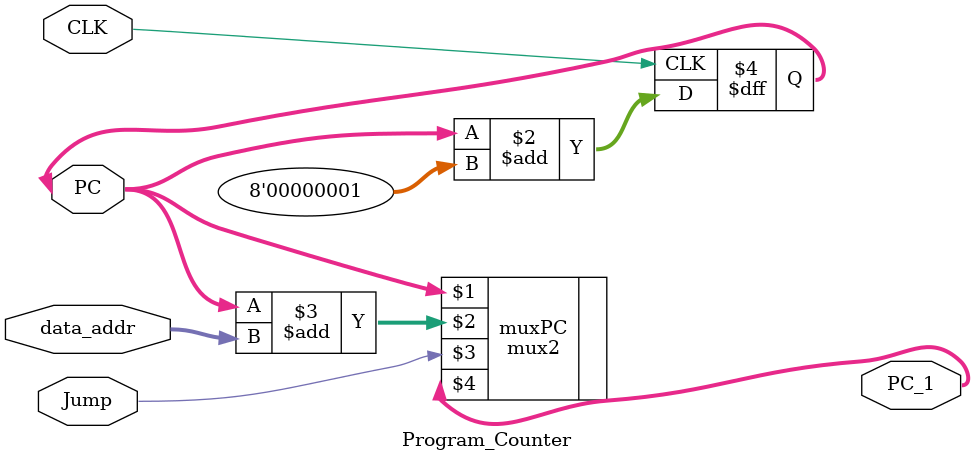
<source format=sv>
`timescale 1ns / 1ps


module Program_Counter(input logic CLK, input reg[7:0]data_addr, input reg Jump, input reg[7:0]PC, output reg[7:0] PC_1);
    always@(posedge CLK)
        PC = PC + 8'b00000001;
        mux2 muxPC(PC,(PC+data_addr),Jump, PC_1);
endmodule

</source>
